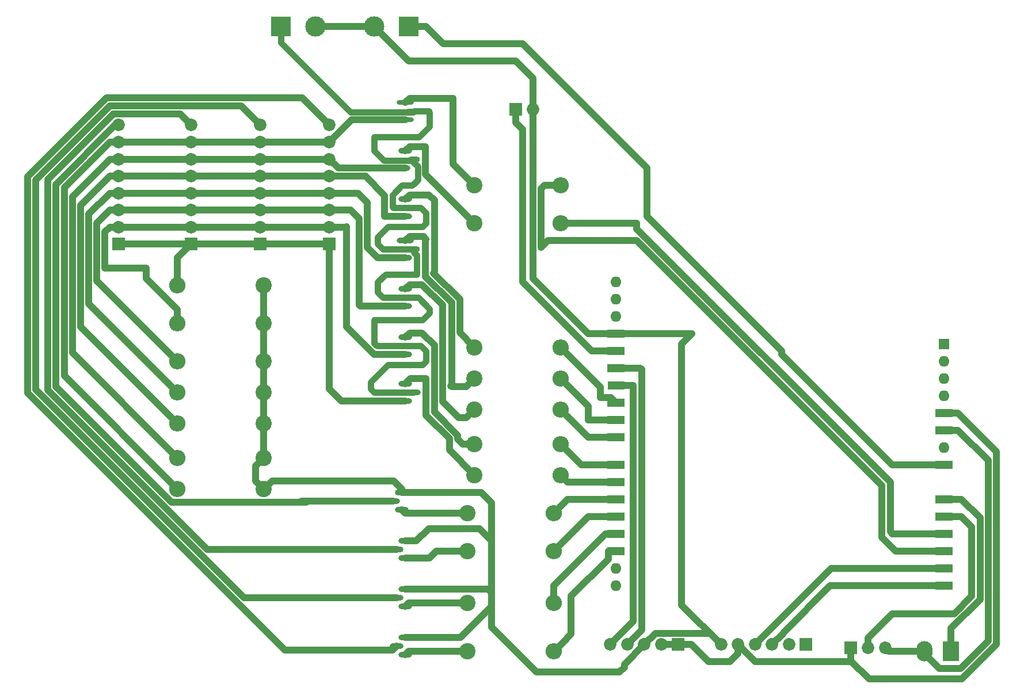
<source format=gbr>
G04 #@! TF.GenerationSoftware,KiCad,Pcbnew,(5.1.2)-2*
G04 #@! TF.CreationDate,2019-08-26T15:54:30+07:00*
G04 #@! TF.ProjectId,clock_7segment,636c6f63-6b5f-4377-9365-676d656e742e,rev?*
G04 #@! TF.SameCoordinates,Original*
G04 #@! TF.FileFunction,Copper,L2,Bot*
G04 #@! TF.FilePolarity,Positive*
%FSLAX46Y46*%
G04 Gerber Fmt 4.6, Leading zero omitted, Abs format (unit mm)*
G04 Created by KiCad (PCBNEW (5.1.2)-2) date 2019-08-26 15:54:30*
%MOMM*%
%LPD*%
G04 APERTURE LIST*
%ADD10O,2.000000X0.800000*%
%ADD11O,2.500000X0.700000*%
%ADD12O,2.000000X0.900000*%
%ADD13O,1.800000X0.800000*%
%ADD14O,2.500000X0.800000*%
%ADD15O,2.400000X2.400000*%
%ADD16C,2.400000*%
%ADD17O,1.600000X1.600000*%
%ADD18R,2.500000X1.200000*%
%ADD19C,1.200000*%
%ADD20C,0.100000*%
%ADD21R,1.600000X1.600000*%
%ADD22C,1.850000*%
%ADD23R,1.850000X1.850000*%
%ADD24O,2.350000X3.000000*%
%ADD25R,2.350000X3.000000*%
%ADD26C,3.000000*%
%ADD27R,3.000000X3.000000*%
%ADD28O,1.500000X0.800000*%
%ADD29C,1.000000*%
%ADD30C,0.500000*%
%ADD31C,0.900000*%
G04 APERTURE END LIST*
D10*
X109728000Y-130810000D03*
X110998000Y-129540000D03*
X109728000Y-128270000D03*
X109728000Y-114300000D03*
X110998000Y-115570000D03*
X109728000Y-116840000D03*
D11*
X109728000Y-86868000D03*
X110998000Y-88138000D03*
X109728000Y-89408000D03*
D12*
X109220000Y-144272000D03*
D10*
X107950000Y-145542000D03*
X109220000Y-146812000D03*
X109728000Y-109728000D03*
D13*
X110998000Y-108458000D03*
D14*
X109728000Y-107188000D03*
D15*
X132588000Y-104648000D03*
D16*
X119888000Y-104648000D03*
D17*
X140716000Y-155448000D03*
X140716000Y-157988000D03*
X140716000Y-118368000D03*
D18*
X188976000Y-157988000D03*
X140716000Y-120908000D03*
X188976000Y-155448000D03*
X140716000Y-123448000D03*
X188976000Y-152908000D03*
X140716000Y-125988000D03*
X188976000Y-150368000D03*
D19*
X140716000Y-128528000D03*
D20*
G36*
X139466000Y-129128000D02*
G01*
X139466000Y-127928000D01*
X141966000Y-127928000D01*
X141966000Y-129128000D01*
X139466000Y-129128000D01*
X139466000Y-129128000D01*
G37*
D18*
X188976000Y-147828000D03*
X140716000Y-131068000D03*
X188976000Y-145288000D03*
X140716000Y-133608000D03*
X188976000Y-140208000D03*
X140716000Y-136148000D03*
D17*
X188976000Y-137668000D03*
D18*
X140716000Y-140208000D03*
X188976000Y-135128000D03*
X140716000Y-142748000D03*
X188976000Y-132588000D03*
X140716000Y-145288000D03*
D17*
X188976000Y-130048000D03*
D18*
X140716000Y-147828000D03*
D17*
X188976000Y-127508000D03*
D18*
X140716000Y-150368000D03*
D17*
X188976000Y-124968000D03*
D18*
X140716000Y-152908000D03*
D21*
X188976000Y-122428000D03*
D17*
X140716000Y-115828000D03*
X140716000Y-113288000D03*
D22*
X98552000Y-90196000D03*
X98552000Y-92696000D03*
X98552000Y-95196000D03*
X98552000Y-97696000D03*
X98552000Y-100196000D03*
X98552000Y-102696000D03*
X98552000Y-105196000D03*
D23*
X98552000Y-107696000D03*
X67564000Y-107696000D03*
D22*
X67564000Y-105196000D03*
X67564000Y-102696000D03*
X67564000Y-100196000D03*
X67564000Y-97696000D03*
X67564000Y-95196000D03*
X67564000Y-92696000D03*
X67564000Y-90196000D03*
X156156000Y-166624000D03*
X158656000Y-166624000D03*
X161156000Y-166624000D03*
X163656000Y-166624000D03*
X166156000Y-166624000D03*
D23*
X168656000Y-166624000D03*
D24*
X186032000Y-167640000D03*
D25*
X189992000Y-167640000D03*
D22*
X128484000Y-87884000D03*
D23*
X125984000Y-87884000D03*
D22*
X180260000Y-167132000D03*
X177760000Y-167132000D03*
D23*
X175260000Y-167132000D03*
D26*
X96520000Y-75692000D03*
D27*
X91440000Y-75692000D03*
X110236000Y-75692000D03*
D26*
X105156000Y-75692000D03*
D10*
X109728000Y-168148000D03*
X108458000Y-166878000D03*
X109728000Y-165608000D03*
X109728000Y-158496000D03*
X108458000Y-159766000D03*
X109728000Y-161036000D03*
X109728000Y-153924000D03*
D12*
X108458000Y-152654000D03*
D10*
X109728000Y-151384000D03*
X109728000Y-121412000D03*
X110998000Y-122682000D03*
X109728000Y-123952000D03*
X109728000Y-101092000D03*
X110998000Y-102362000D03*
X109728000Y-103632000D03*
D28*
X109728000Y-96520000D03*
D13*
X110998000Y-95250000D03*
D10*
X109728000Y-93980000D03*
D16*
X118872000Y-167640000D03*
D15*
X131572000Y-167640000D03*
X131572000Y-160528000D03*
D16*
X118872000Y-160528000D03*
X118872000Y-152908000D03*
D15*
X131572000Y-152908000D03*
X131572000Y-147320000D03*
D16*
X118872000Y-147320000D03*
D15*
X132588000Y-141732000D03*
D16*
X119888000Y-141732000D03*
X119888000Y-137160000D03*
D15*
X132588000Y-137160000D03*
X132588000Y-132080000D03*
D16*
X119888000Y-132080000D03*
X119888000Y-127508000D03*
D15*
X132588000Y-127508000D03*
X132588000Y-122936000D03*
D16*
X119888000Y-122936000D03*
D15*
X132588000Y-99060000D03*
D16*
X119888000Y-99060000D03*
D22*
X139860000Y-166624000D03*
X142360000Y-166624000D03*
X144860000Y-166624000D03*
X147360000Y-166624000D03*
D23*
X149860000Y-166624000D03*
D16*
X88900000Y-113792000D03*
D15*
X76200000Y-113792000D03*
X76200000Y-119380000D03*
D16*
X88900000Y-119380000D03*
D15*
X76200000Y-124968000D03*
D16*
X88900000Y-124968000D03*
X88900000Y-129540000D03*
D15*
X76200000Y-129540000D03*
X76200000Y-134112000D03*
D16*
X88900000Y-134112000D03*
X88900000Y-139192000D03*
D15*
X76200000Y-139192000D03*
X76200000Y-143764000D03*
D16*
X88900000Y-143764000D03*
D22*
X88392000Y-90196000D03*
X88392000Y-92696000D03*
X88392000Y-95196000D03*
X88392000Y-97696000D03*
X88392000Y-100196000D03*
X88392000Y-102696000D03*
X88392000Y-105196000D03*
D23*
X88392000Y-107696000D03*
X78232000Y-107696000D03*
D22*
X78232000Y-105196000D03*
X78232000Y-102696000D03*
X78232000Y-100196000D03*
X78232000Y-97696000D03*
X78232000Y-95196000D03*
X78232000Y-92696000D03*
X78232000Y-90196000D03*
D29*
X165281001Y-164998999D02*
X165281001Y-164918999D01*
X163656000Y-166624000D02*
X165281001Y-164998999D01*
X172212000Y-157988000D02*
X188976000Y-157988000D01*
X165281001Y-164918999D02*
X172212000Y-157988000D01*
X128484000Y-87884000D02*
X128484000Y-111720000D01*
X128524000Y-111760000D02*
X128524000Y-112776000D01*
X128484000Y-111720000D02*
X128524000Y-111760000D01*
X136656000Y-120908000D02*
X140716000Y-120908000D01*
X128524000Y-112776000D02*
X136656000Y-120908000D01*
X88900000Y-113792000D02*
X88900000Y-119380000D01*
X88900000Y-119380000D02*
X88900000Y-124968000D01*
X88900000Y-124968000D02*
X88900000Y-129540000D01*
X88900000Y-134112000D02*
X88900000Y-139192000D01*
X87700001Y-142564001D02*
X88900000Y-143764000D01*
X88900000Y-139192000D02*
X87700001Y-140391999D01*
X87700001Y-140391999D02*
X87700001Y-142564001D01*
X121920000Y-158496000D02*
X109728000Y-158496000D01*
X122428000Y-159004000D02*
X121920000Y-158496000D01*
X122428000Y-161036000D02*
X122428000Y-159004000D01*
X109728000Y-165608000D02*
X117856000Y-165608000D01*
X117856000Y-165608000D02*
X122428000Y-161036000D01*
X109728000Y-158496000D02*
X118364000Y-158496000D01*
X122428000Y-159004000D02*
X122428000Y-151384000D01*
X111328000Y-151384000D02*
X109728000Y-151384000D01*
X113128000Y-149584000D02*
X111328000Y-151384000D01*
X120628000Y-149584000D02*
X113128000Y-149584000D01*
X122428000Y-151384000D02*
X120628000Y-149584000D01*
X122428000Y-151384000D02*
X122428000Y-145796000D01*
X120904000Y-144272000D02*
X109220000Y-144272000D01*
X122428000Y-145796000D02*
X120904000Y-144272000D01*
X96520000Y-75692000D02*
X105156000Y-75692000D01*
X105156000Y-75692000D02*
X110236000Y-80772000D01*
X110236000Y-80772000D02*
X125984000Y-80772000D01*
X128484000Y-83272000D02*
X128484000Y-87884000D01*
X125984000Y-80772000D02*
X128484000Y-83272000D01*
X88900000Y-134112000D02*
X88900000Y-129540000D01*
X90099999Y-142564001D02*
X108020001Y-142564001D01*
X88900000Y-143764000D02*
X90099999Y-142564001D01*
X109220000Y-143764000D02*
X109220000Y-144272000D01*
X108020001Y-142564001D02*
X109220000Y-143764000D01*
X155231001Y-165699001D02*
X156156000Y-166624000D01*
X154530999Y-164998999D02*
X155231001Y-165699001D01*
X146485001Y-164998999D02*
X154530999Y-164998999D01*
X144860000Y-166624000D02*
X146485001Y-164998999D01*
X141943999Y-169540001D02*
X141943999Y-169968001D01*
X144860000Y-166624000D02*
X141943999Y-169540001D01*
X141943999Y-169968001D02*
X141224000Y-170688000D01*
X141224000Y-170688000D02*
X129032000Y-170688000D01*
X122428000Y-164084000D02*
X122428000Y-161036000D01*
X129032000Y-170688000D02*
X122428000Y-164084000D01*
X180768000Y-167640000D02*
X180260000Y-167132000D01*
X186032000Y-167640000D02*
X180768000Y-167640000D01*
X186032000Y-167965000D02*
X188247000Y-170180000D01*
X186032000Y-167640000D02*
X186032000Y-167965000D01*
X195440020Y-166126982D02*
X195440020Y-139560020D01*
X188247000Y-170180000D02*
X191387002Y-170180000D01*
X191387002Y-170180000D02*
X195440020Y-166126982D01*
X191008000Y-135128000D02*
X188976000Y-135128000D01*
X195440020Y-139560020D02*
X191008000Y-135128000D01*
X140716000Y-120908000D02*
X151896000Y-120908000D01*
X151896000Y-120908000D02*
X150368000Y-122436000D01*
X150368000Y-160836000D02*
X156156000Y-166624000D01*
X150368000Y-122436000D02*
X150368000Y-160836000D01*
X172332000Y-155448000D02*
X188976000Y-155448000D01*
X161156000Y-166624000D02*
X172332000Y-155448000D01*
X137164000Y-123448000D02*
X140716000Y-123448000D01*
X127000000Y-113284000D02*
X137164000Y-123448000D01*
X127000000Y-90825000D02*
X127000000Y-113284000D01*
X125984000Y-87884000D02*
X125984000Y-89809000D01*
X125984000Y-89809000D02*
X127000000Y-90825000D01*
X181864000Y-152908000D02*
X188976000Y-152908000D01*
X179832000Y-150876000D02*
X181864000Y-152908000D01*
X130192010Y-99060000D02*
X129684010Y-99568000D01*
X132588000Y-99060000D02*
X130192010Y-99060000D01*
X179832000Y-143256000D02*
X179832000Y-150876000D01*
X129684010Y-99568000D02*
X129684010Y-108204000D01*
X129684010Y-108204000D02*
X130700010Y-107188000D01*
X130700010Y-107188000D02*
X143764000Y-107188000D01*
X143764000Y-107188000D02*
X179832000Y-143256000D01*
X144456010Y-164527990D02*
X144456010Y-126168010D01*
X142360000Y-166624000D02*
X144456010Y-164527990D01*
X144276000Y-125988000D02*
X140716000Y-125988000D01*
X144456010Y-126168010D02*
X144276000Y-125988000D01*
X181356000Y-150368000D02*
X188976000Y-150368000D01*
X181032010Y-150044010D02*
X181356000Y-150368000D01*
X181032010Y-142758940D02*
X181032010Y-150044010D01*
X143764000Y-105490930D02*
X181032010Y-142758940D01*
X132588000Y-104648000D02*
X143764000Y-104648000D01*
X143764000Y-104648000D02*
X143764000Y-105490930D01*
X143252000Y-128528000D02*
X140716000Y-128528000D01*
X143256000Y-128524000D02*
X143252000Y-128528000D01*
X139860000Y-166624000D02*
X143256000Y-163228000D01*
X143256000Y-163228000D02*
X143256000Y-128524000D01*
X191516000Y-147828000D02*
X188976000Y-147828000D01*
X177760000Y-165648000D02*
X181289999Y-162118001D01*
X177760000Y-167132000D02*
X177760000Y-165648000D01*
X181289999Y-162118001D02*
X190433999Y-162118001D01*
X190433999Y-162118001D02*
X193040000Y-159512000D01*
X193040000Y-159512000D02*
X193040000Y-149352000D01*
X193040000Y-149352000D02*
X191516000Y-147828000D01*
X139916001Y-130268001D02*
X138396001Y-130268001D01*
X140716000Y-131068000D02*
X139916001Y-130268001D01*
X138396001Y-128744001D02*
X132588000Y-122936000D01*
X138396001Y-130268001D02*
X138396001Y-128744001D01*
X194240010Y-160009060D02*
X194240010Y-148012010D01*
X189992000Y-167640000D02*
X189992000Y-164257070D01*
X189992000Y-164257070D02*
X194240010Y-160009060D01*
X191516000Y-145288000D02*
X188976000Y-145288000D01*
X194240010Y-148012010D02*
X191516000Y-145288000D01*
X140716000Y-133608000D02*
X136656000Y-133608000D01*
X136656000Y-131576000D02*
X132588000Y-127508000D01*
X136656000Y-133608000D02*
X136656000Y-131576000D01*
X112736000Y-75692000D02*
X115276000Y-78232000D01*
X110236000Y-75692000D02*
X112736000Y-75692000D01*
X115276000Y-78232000D02*
X127000000Y-78232000D01*
X127000000Y-78232000D02*
X145288000Y-96520000D01*
X145288000Y-96520000D02*
X145288000Y-103632000D01*
X165100000Y-123444000D02*
X165100000Y-123952000D01*
X145288000Y-103632000D02*
X165100000Y-123444000D01*
X181356000Y-140208000D02*
X188976000Y-140208000D01*
X165100000Y-123952000D02*
X181356000Y-140208000D01*
X136656000Y-136148000D02*
X132588000Y-132080000D01*
X140716000Y-136148000D02*
X136656000Y-136148000D01*
X135636000Y-140208000D02*
X132588000Y-137160000D01*
X140716000Y-140208000D02*
X135636000Y-140208000D01*
X133604000Y-142748000D02*
X132588000Y-141732000D01*
X140716000Y-142748000D02*
X133604000Y-142748000D01*
X147360000Y-166624000D02*
X149860000Y-166624000D01*
X158656000Y-167932147D02*
X157424147Y-169164000D01*
X158656000Y-166624000D02*
X158656000Y-167932147D01*
X151785000Y-166624000D02*
X149860000Y-166624000D01*
X154325000Y-169164000D02*
X151785000Y-166624000D01*
X157424147Y-169164000D02*
X154325000Y-169164000D01*
X175260000Y-169057000D02*
X175153000Y-169164000D01*
X175260000Y-167132000D02*
X175260000Y-169057000D01*
X161196000Y-169164000D02*
X158656000Y-166624000D01*
X175153000Y-169164000D02*
X161196000Y-169164000D01*
X175260000Y-169057000D02*
X177907000Y-171704000D01*
X196640030Y-166624042D02*
X196640030Y-138220030D01*
X177907000Y-171704000D02*
X191560072Y-171704000D01*
X191560072Y-171704000D02*
X196640030Y-166624042D01*
X196640030Y-138220030D02*
X191008000Y-132588000D01*
X191008000Y-132588000D02*
X188976000Y-132588000D01*
X133604000Y-145288000D02*
X131572000Y-147320000D01*
X140716000Y-145288000D02*
X133604000Y-145288000D01*
X140716000Y-147828000D02*
X136652000Y-147828000D01*
X136652000Y-147828000D02*
X131572000Y-152908000D01*
X140716000Y-150368000D02*
X139192000Y-150368000D01*
X131572000Y-157988000D02*
X131572000Y-160528000D01*
X139192000Y-150368000D02*
X131572000Y-157988000D01*
X140716000Y-152908000D02*
X139584630Y-152908000D01*
X139584630Y-152908000D02*
X139584630Y-154039370D01*
X132771999Y-166440001D02*
X131572000Y-167640000D01*
X134112000Y-165100000D02*
X132771999Y-166440001D01*
X134112000Y-159512000D02*
X134112000Y-165100000D01*
X139584630Y-154039370D02*
X134112000Y-159512000D01*
X92010787Y-167477999D02*
X54171990Y-129639202D01*
X108458000Y-166878000D02*
X107858001Y-167477999D01*
X107858001Y-167477999D02*
X92010787Y-167477999D01*
X97627001Y-89271001D02*
X98552000Y-90196000D01*
X94526979Y-86170979D02*
X97627001Y-89271001D01*
X65789879Y-86170979D02*
X94526979Y-86170979D01*
X54171991Y-97788867D02*
X65789879Y-86170979D01*
X54171990Y-129639202D02*
X54171991Y-97788867D01*
X98552000Y-92696000D02*
X88392000Y-92696000D01*
X101840000Y-89408000D02*
X98552000Y-92696000D01*
X109728000Y-89408000D02*
X101840000Y-89408000D01*
X66255853Y-92696000D02*
X67564000Y-92696000D01*
X59531952Y-99419901D02*
X66255853Y-92696000D01*
X59531952Y-127095952D02*
X59531952Y-99419901D01*
X76200000Y-143764000D02*
X59531952Y-127095952D01*
X88392000Y-92696000D02*
X78232000Y-92696000D01*
X76923853Y-92696000D02*
X67564000Y-92696000D01*
X78232000Y-92696000D02*
X76923853Y-92696000D01*
X98552000Y-95196000D02*
X88392000Y-95196000D01*
X99876000Y-96520000D02*
X98552000Y-95196000D01*
X109728000Y-96520000D02*
X99876000Y-96520000D01*
X66255853Y-95196000D02*
X67564000Y-95196000D01*
X60731962Y-100719891D02*
X66255853Y-95196000D01*
X76200000Y-139192000D02*
X60731962Y-123723962D01*
X60731962Y-123723962D02*
X60731962Y-100719891D01*
X88392000Y-95196000D02*
X78232000Y-95196000D01*
X67564000Y-95196000D02*
X78232000Y-95196000D01*
X88392000Y-97696000D02*
X98552000Y-97696000D01*
X99354930Y-97696000D02*
X98552000Y-97696000D01*
X99378940Y-97720010D02*
X99354930Y-97696000D01*
X103816010Y-97720010D02*
X99378940Y-97720010D01*
X106680000Y-100584000D02*
X103816010Y-97720010D01*
X109728000Y-103632000D02*
X106680000Y-103632000D01*
X106680000Y-103632000D02*
X106680000Y-100584000D01*
X66255853Y-97696000D02*
X67564000Y-97696000D01*
X61931971Y-102019882D02*
X66255853Y-97696000D01*
X61931971Y-119843971D02*
X61931971Y-102019882D01*
X76200000Y-134112000D02*
X61931971Y-119843971D01*
X67564000Y-97696000D02*
X78232000Y-97696000D01*
X88392000Y-97696000D02*
X78232000Y-97696000D01*
X88392000Y-100196000D02*
X98552000Y-100196000D01*
X109728000Y-109728000D02*
X105664000Y-109728000D01*
X105664000Y-109728000D02*
X104140000Y-108204000D01*
X104140000Y-108204000D02*
X104140000Y-101600000D01*
X102736000Y-100196000D02*
X98552000Y-100196000D01*
X104140000Y-101600000D02*
X102736000Y-100196000D01*
X66255853Y-100196000D02*
X67564000Y-100196000D01*
X63131980Y-103319873D02*
X66255853Y-100196000D01*
X63131980Y-116471980D02*
X63131980Y-103319873D01*
X76200000Y-129540000D02*
X63131980Y-116471980D01*
X78232000Y-100196000D02*
X88392000Y-100196000D01*
X67564000Y-100196000D02*
X78232000Y-100196000D01*
X88392000Y-102696000D02*
X98552000Y-102696000D01*
X66255853Y-102696000D02*
X67564000Y-102696000D01*
X64331990Y-104619863D02*
X66255853Y-102696000D01*
X64331990Y-113099990D02*
X64331990Y-104619863D01*
X76200000Y-124968000D02*
X64331990Y-113099990D01*
X78137002Y-102696000D02*
X78232000Y-102696000D01*
X67564000Y-102696000D02*
X78137002Y-102696000D01*
X88392000Y-102696000D02*
X78232000Y-102696000D01*
X101680000Y-102696000D02*
X98552000Y-102696000D01*
X102939990Y-103955990D02*
X101680000Y-102696000D01*
X102939990Y-116655990D02*
X102939990Y-103955990D01*
X109728000Y-116840000D02*
X103124000Y-116840000D01*
X103124000Y-116840000D02*
X102939990Y-116655990D01*
X98552000Y-105196000D02*
X87336000Y-105196000D01*
X76200000Y-119380000D02*
X76200000Y-117348000D01*
X76200000Y-117348000D02*
X71628000Y-112776000D01*
X71628000Y-112776000D02*
X71628000Y-111252000D01*
X71628000Y-111252000D02*
X65532000Y-111252000D01*
X66255853Y-105196000D02*
X67564000Y-105196000D01*
X65532000Y-105919853D02*
X66255853Y-105196000D01*
X65532000Y-111252000D02*
X65532000Y-105919853D01*
X88392000Y-105196000D02*
X78232000Y-105196000D01*
X67564000Y-105196000D02*
X78232000Y-105196000D01*
X109728000Y-123952000D02*
X105156000Y-123952000D01*
X105156000Y-123952000D02*
X101092000Y-119888000D01*
X101092000Y-119888000D02*
X101092000Y-105156000D01*
X101052000Y-105196000D02*
X98552000Y-105196000D01*
X101092000Y-105156000D02*
X101052000Y-105196000D01*
X98552000Y-107696000D02*
X88392000Y-107696000D01*
X76200000Y-113792000D02*
X76200000Y-109728000D01*
X67564000Y-107696000D02*
X78232000Y-107696000D01*
X78232000Y-107696000D02*
X88392000Y-107696000D01*
X76200000Y-109728000D02*
X78232000Y-107696000D01*
X98552000Y-109621000D02*
X98552000Y-107696000D01*
X98552000Y-129032000D02*
X98552000Y-109621000D01*
X109728000Y-130810000D02*
X100330000Y-130810000D01*
X100330000Y-130810000D02*
X98552000Y-129032000D01*
X85995858Y-159766000D02*
X55372000Y-129142142D01*
X108458000Y-159766000D02*
X85995858Y-159766000D01*
X87467001Y-89271001D02*
X88392000Y-90196000D01*
X85566989Y-87370989D02*
X87467001Y-89271001D01*
X66286939Y-87370989D02*
X85566989Y-87370989D01*
X55372000Y-98285928D02*
X66286939Y-87370989D01*
X55372000Y-129142142D02*
X55372000Y-98285928D01*
X80580928Y-152654000D02*
X57131932Y-129205004D01*
X108458000Y-152654000D02*
X80580928Y-152654000D01*
X77307001Y-89271001D02*
X78232000Y-90196000D01*
X76606999Y-88570999D02*
X77307001Y-89271001D01*
X66783999Y-88570999D02*
X76606999Y-88570999D01*
X57131932Y-98223066D02*
X66783999Y-88570999D01*
X57131932Y-129205004D02*
X57131932Y-98223066D01*
X58331942Y-128707944D02*
X75287999Y-145664001D01*
X58331942Y-98922841D02*
X58331942Y-128707944D01*
X67564000Y-90196000D02*
X67058783Y-90196000D01*
X67058783Y-90196000D02*
X58331942Y-98922841D01*
X94478002Y-145542000D02*
X107950000Y-145542000D01*
X94356001Y-145664001D02*
X94478002Y-145542000D01*
X94356001Y-145664001D02*
X95127999Y-145664001D01*
X75287999Y-145664001D02*
X94356001Y-145664001D01*
D30*
X110149472Y-88138000D02*
X110998000Y-88138000D01*
X110149472Y-95250000D02*
X110998000Y-95250000D01*
D31*
X110878010Y-88257990D02*
X110998000Y-88138000D01*
X101605990Y-88257990D02*
X110878010Y-88257990D01*
X91440000Y-75692000D02*
X91440000Y-78092000D01*
X91440000Y-78092000D02*
X101605990Y-88257990D01*
X113148000Y-88138000D02*
X113284000Y-88274000D01*
X110998000Y-88138000D02*
X113148000Y-88138000D01*
X113284000Y-88274000D02*
X113284000Y-90424000D01*
X113284000Y-90424000D02*
X111760000Y-91948000D01*
X111760000Y-91948000D02*
X105156000Y-91948000D01*
X105156000Y-93980000D02*
X106545990Y-95369990D01*
X105156000Y-91948000D02*
X105156000Y-93980000D01*
X106545990Y-95369990D02*
X110609990Y-95369990D01*
X111533991Y-96293991D02*
X111533991Y-98270009D01*
X110609990Y-95369990D02*
X111533991Y-96293991D01*
X111533991Y-98270009D02*
X110744000Y-99060000D01*
X109220000Y-99060000D02*
X107830010Y-100449990D01*
X110744000Y-99060000D02*
X109220000Y-99060000D01*
X109098000Y-102362000D02*
X110998000Y-102362000D01*
X107950000Y-102362000D02*
X109098000Y-102362000D01*
X107830010Y-102242010D02*
X107950000Y-102362000D01*
X107830010Y-100449990D02*
X107830010Y-102242010D01*
X112014000Y-102362000D02*
X112776000Y-103124000D01*
X110998000Y-102362000D02*
X112014000Y-102362000D01*
X112776000Y-104648000D02*
X112268000Y-105156000D01*
X112776000Y-103124000D02*
X112776000Y-104648000D01*
X112268000Y-105156000D02*
X107188000Y-105156000D01*
X107188000Y-105156000D02*
X105664000Y-106680000D01*
X106426000Y-108458000D02*
X110998000Y-108458000D01*
X105664000Y-106680000D02*
X105664000Y-107696000D01*
X105664000Y-107696000D02*
X106426000Y-108458000D01*
X105664000Y-114808000D02*
X106426000Y-115570000D01*
X110998000Y-108458000D02*
X110998000Y-108913062D01*
X110998000Y-108913062D02*
X111378010Y-109293072D01*
X111378010Y-109293072D02*
X111378010Y-112141990D01*
X111378010Y-112141990D02*
X106806010Y-112141990D01*
X106426000Y-115570000D02*
X110998000Y-115570000D01*
X106806010Y-112141990D02*
X105664000Y-113284000D01*
X105664000Y-113284000D02*
X105664000Y-114808000D01*
X111598000Y-115570000D02*
X113284000Y-117256000D01*
X110998000Y-115570000D02*
X111598000Y-115570000D01*
X113284000Y-117256000D02*
X113284000Y-117856000D01*
X113284000Y-117856000D02*
X112268000Y-118872000D01*
X112268000Y-118872000D02*
X105156000Y-118872000D01*
X109098000Y-122682000D02*
X110998000Y-122682000D01*
X105512358Y-122682000D02*
X109098000Y-122682000D01*
X105156000Y-122325642D02*
X105512358Y-122682000D01*
X105156000Y-118872000D02*
X105156000Y-122325642D01*
X110998000Y-122682000D02*
X112014000Y-122682000D01*
X112014000Y-122682000D02*
X112776000Y-123444000D01*
X112776000Y-123444000D02*
X112776000Y-124968000D01*
X112776000Y-124968000D02*
X112268000Y-125476000D01*
X112268000Y-125476000D02*
X107188000Y-125476000D01*
X107188000Y-125476000D02*
X104648000Y-128016000D01*
X109098000Y-129540000D02*
X110998000Y-129540000D01*
X105156000Y-129540000D02*
X109098000Y-129540000D01*
X104648000Y-129032000D02*
X105156000Y-129540000D01*
X104648000Y-128016000D02*
X104648000Y-129032000D01*
D29*
X110236000Y-167640000D02*
X109728000Y-168148000D01*
X118872000Y-167640000D02*
X110236000Y-167640000D01*
X110236000Y-160528000D02*
X109728000Y-161036000D01*
X118872000Y-160528000D02*
X110236000Y-160528000D01*
X118872000Y-152908000D02*
X114300000Y-152908000D01*
X113284000Y-153924000D02*
X109728000Y-153924000D01*
X114300000Y-152908000D02*
X113284000Y-153924000D01*
X109728000Y-147320000D02*
X109220000Y-146812000D01*
X118872000Y-147320000D02*
X109728000Y-147320000D01*
X116192019Y-138036019D02*
X119888000Y-141732000D01*
X116192019Y-136338949D02*
X116192019Y-138036019D01*
X112776000Y-132922930D02*
X116192019Y-136338949D01*
X112776000Y-127508000D02*
X112776000Y-132922930D01*
X109728000Y-128270000D02*
X110490000Y-127508000D01*
X110490000Y-127508000D02*
X112776000Y-127508000D01*
X117392028Y-136361084D02*
X117392028Y-135841888D01*
X119888000Y-137160000D02*
X118190944Y-137160000D01*
X118190944Y-137160000D02*
X117392028Y-136361084D01*
X113976010Y-132425870D02*
X113976010Y-122612010D01*
X117392028Y-135841888D02*
X113976010Y-132425870D01*
X110327999Y-120812001D02*
X109728000Y-121412000D01*
X112176001Y-120812001D02*
X110327999Y-120812001D01*
X113976010Y-122612010D02*
X112176001Y-120812001D01*
X117531999Y-133279999D02*
X115176020Y-130924020D01*
X119888000Y-132080000D02*
X118688001Y-133279999D01*
X118688001Y-133279999D02*
X117531999Y-133279999D01*
X115176020Y-130924020D02*
X115176020Y-116700020D01*
X110327999Y-113700001D02*
X109728000Y-114300000D01*
X112176001Y-113700001D02*
X110327999Y-113700001D01*
X115176020Y-116700020D02*
X112176001Y-113700001D01*
X116515999Y-128707999D02*
X116376030Y-128568030D01*
X119888000Y-127508000D02*
X118688001Y-128707999D01*
X118688001Y-128707999D02*
X116515999Y-128707999D01*
X116515999Y-116342929D02*
X112673062Y-112499992D01*
X116515999Y-128707999D02*
X116515999Y-116342929D01*
X112673062Y-112499992D02*
X112673062Y-107085062D01*
X112673062Y-107085062D02*
X112776000Y-106982124D01*
X110327999Y-106588001D02*
X109728000Y-107188000D01*
X112381877Y-106588001D02*
X110327999Y-106588001D01*
X112776000Y-106982124D02*
X112381877Y-106588001D01*
X117716009Y-120764009D02*
X117716009Y-115845869D01*
X119888000Y-122936000D02*
X117716009Y-120764009D01*
X117716009Y-115845869D02*
X113873072Y-112002932D01*
X113976009Y-111899995D02*
X113976009Y-101276009D01*
X113873072Y-112002932D02*
X113976009Y-111899995D01*
X110327999Y-100492001D02*
X109728000Y-101092000D01*
X113192001Y-100492001D02*
X110327999Y-100492001D01*
X113976009Y-101276009D02*
X113192001Y-100492001D01*
X110327999Y-93380001D02*
X112684001Y-93380001D01*
X109728000Y-93980000D02*
X110327999Y-93380001D01*
X112684001Y-97444001D02*
X119888000Y-104648000D01*
X112684001Y-93380001D02*
X112684001Y-97444001D01*
X110327999Y-86268001D02*
X116748001Y-86268001D01*
X109728000Y-86868000D02*
X110327999Y-86268001D01*
X116748001Y-95920001D02*
X119888000Y-99060000D01*
X116748001Y-86268001D02*
X116748001Y-95920001D01*
M02*

</source>
